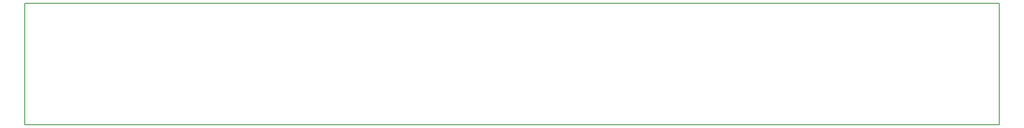
<source format=gbr>
G04 #@! TF.GenerationSoftware,KiCad,Pcbnew,5.1.6-c6e7f7d~86~ubuntu18.04.1*
G04 #@! TF.CreationDate,2020-08-05T17:06:36-04:00*
G04 #@! TF.ProjectId,busboard10,62757362-6f61-4726-9431-302e6b696361,rev?*
G04 #@! TF.SameCoordinates,Original*
G04 #@! TF.FileFunction,Profile,NP*
%FSLAX46Y46*%
G04 Gerber Fmt 4.6, Leading zero omitted, Abs format (unit mm)*
G04 Created by KiCad (PCBNEW 5.1.6-c6e7f7d~86~ubuntu18.04.1) date 2020-08-05 17:06:36*
%MOMM*%
%LPD*%
G01*
G04 APERTURE LIST*
G04 #@! TA.AperFunction,Profile*
%ADD10C,0.150000*%
G04 #@! TD*
G04 APERTURE END LIST*
D10*
X242000000Y-75000000D02*
X42000000Y-75000000D01*
X42000000Y-75000000D02*
X42000000Y-50000000D01*
X242000000Y-50000000D02*
X242000000Y-75000000D01*
X42000000Y-50000000D02*
X242000000Y-50000000D01*
M02*

</source>
